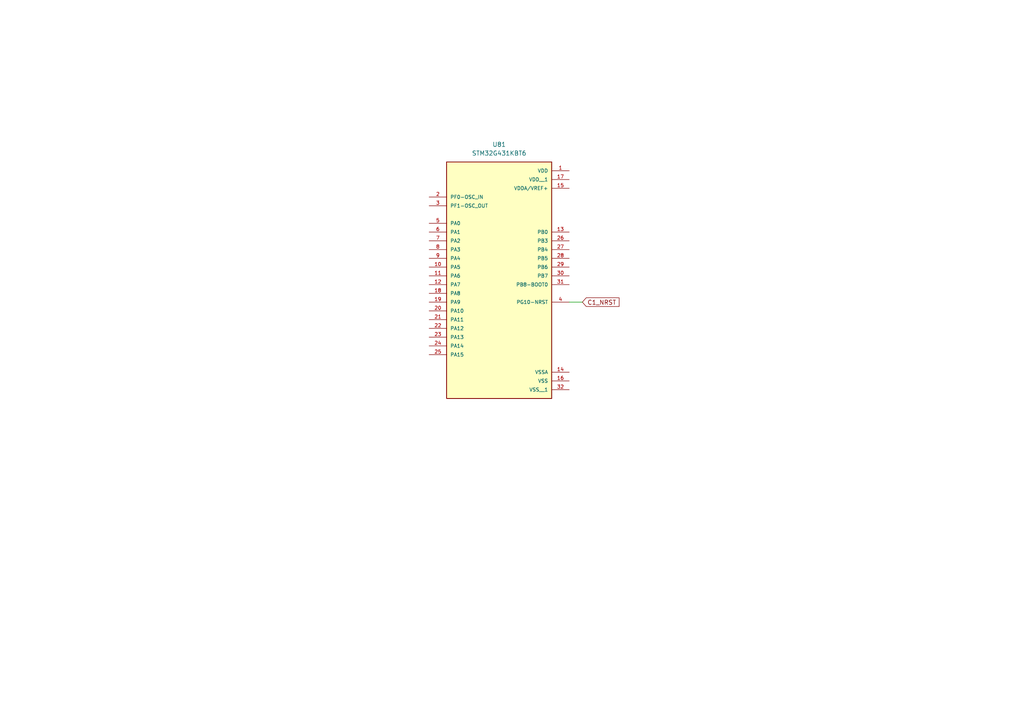
<source format=kicad_sch>
(kicad_sch (version 20250114) (generator "eeschema") (generator_version "9.0")
  (paper "A4")
  (lib_symbols
    (symbol "Global:STM32G431KBT6" (pin_names (offset 1.016))
      (property "Reference" "U" (at -15.24 34.29 0))
      (property "Value" "STM32G431KBT6" (at -15.24 -36.83 0))
      (symbol "STM32G431KBT6_0_0"
        (rectangle (start -15.24 -35.56) (end 15.24 33.02) (stroke (width 0.254)) (fill (type background)))
        (pin input line (at -20.32 22.86 0) (length 5.08) (name "PF0-OSC_IN") (number "2"))
        (pin output line (at -20.32 20.32 0) (length 5.08) (name "PF1-OSC_OUT") (number "3"))
        (pin bidirectional line (at -20.32 15.24 0) (length 5.08) (name "PA0") (number "5"))
        (pin bidirectional line (at -20.32 12.7 0) (length 5.08) (name "PA1") (number "6"))
        (pin bidirectional line (at -20.32 10.16 0) (length 5.08) (name "PA2") (number "7"))
        (pin bidirectional line (at -20.32 7.62 0) (length 5.08) (name "PA3") (number "8"))
        (pin bidirectional line (at -20.32 5.08 0) (length 5.08) (name "PA4") (number "9"))
        (pin bidirectional line (at -20.32 2.54 0) (length 5.08) (name "PA5") (number "10"))
        (pin bidirectional line (at -20.32 0 0) (length 5.08) (name "PA6") (number "11"))
        (pin bidirectional line (at -20.32 -2.54 0) (length 5.08) (name "PA7") (number "12"))
        (pin bidirectional line (at -20.32 -5.08 0) (length 5.08) (name "PA8") (number "18"))
        (pin bidirectional line (at -20.32 -7.62 0) (length 5.08) (name "PA9") (number "19"))
        (pin bidirectional line (at -20.32 -10.16 0) (length 5.08) (name "PA10") (number "20"))
        (pin bidirectional line (at -20.32 -12.7 0) (length 5.08) (name "PA11") (number "21"))
        (pin bidirectional line (at -20.32 -15.24 0) (length 5.08) (name "PA12") (number "22"))
        (pin bidirectional line (at -20.32 -17.78 0) (length 5.08) (name "PA13") (number "23"))
        (pin bidirectional line (at -20.32 -20.32 0) (length 5.08) (name "PA14") (number "24"))
        (pin bidirectional line (at -20.32 -22.86 0) (length 5.08) (name "PA15") (number "25"))
        (pin power_in line (at 20.32 30.48 180) (length 5.08) (name "VDD") (number "1"))
        (pin power_in line (at 20.32 27.94 180) (length 5.08) (name "VDD__1") (number "17"))
        (pin power_in line (at 20.32 25.4 180) (length 5.08) (name "VDDA/VREF+") (number "15"))
        (pin bidirectional line (at 20.32 12.7 180) (length 5.08) (name "PB0") (number "13"))
        (pin bidirectional line (at 20.32 10.16 180) (length 5.08) (name "PB3") (number "26"))
        (pin bidirectional line (at 20.32 7.62 180) (length 5.08) (name "PB4") (number "27"))
        (pin bidirectional line (at 20.32 5.08 180) (length 5.08) (name "PB5") (number "28"))
        (pin bidirectional line (at 20.32 2.54 180) (length 5.08) (name "PB6") (number "29"))
        (pin bidirectional line (at 20.32 0 180) (length 5.08) (name "PB7") (number "30"))
        (pin bidirectional line (at 20.32 -2.54 180) (length 5.08) (name "PB8-BOOT0") (number "31"))
        (pin bidirectional line (at 20.32 -7.62 180) (length 5.08) (name "PG10-NRST") (number "4"))
        (pin power_in line (at 20.32 -27.94 180) (length 5.08) (name "VSSA") (number "14"))
        (pin power_in line (at 20.32 -30.48 180) (length 5.08) (name "VSS") (number "16"))
        (pin power_in line (at 20.32 -33.02 180) (length 5.08) (name "VSS__1") (number "32"))
      )
    )
  )
  (wire (pts (xy 165.1 87.63) (xy 168.91 87.63)))
  (global_label "C1_NRST" (shape input) (at 168.91 87.63 0) (property "Intersheetrefs" "${INTERSHEET_REFS}" (at 180.1199 87.63 0) (effects (justify left))))
  (symbol (lib_id "Global:STM32G431KBT6") (at 144.78 80.01 0) (unit 1)
    (property "Reference" "U81" (at 144.78 41.91 0))
    (property "Value" "STM32G431KBT6" (at 144.78 44.45 0))
    (property "Footprint" "Library:QFP80P900X900X160-32N" (effects (hide yes)))
    (property "PARTREV" "2" (effects (hide yes)))
    (property "MANUFACTURER" "ST" (effects (hide yes)))
    (property "MAXIMUN_PACKAGE_HEIGHT" "1.6mm" (effects (hide yes)))
    (property "STANDARD" "IPC-7351B" (effects (hide yes)))
  )
)
</source>
